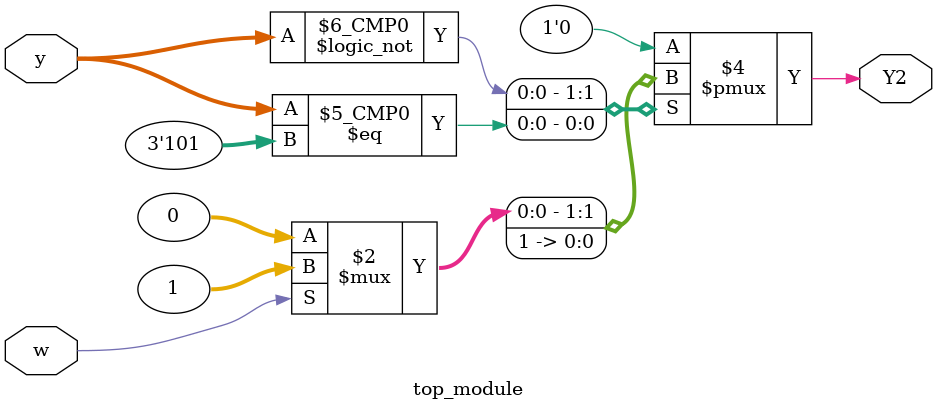
<source format=sv>
module top_module(
    input [3:1] y,
    input w,
    output reg Y2);

    always @(*) begin
        case (y)
            // Next state logic for Y2
            3'b000: Y2 = (w) ? 1 : 0;
            3'b001: Y2 = 0;
            3'b010: Y2 = 0;
            3'b011: Y2 = 0;
            3'b100: Y2 = 0;
            3'b101: Y2 = 1;
            default: Y2 = 0;
        endcase
    end

endmodule

</source>
